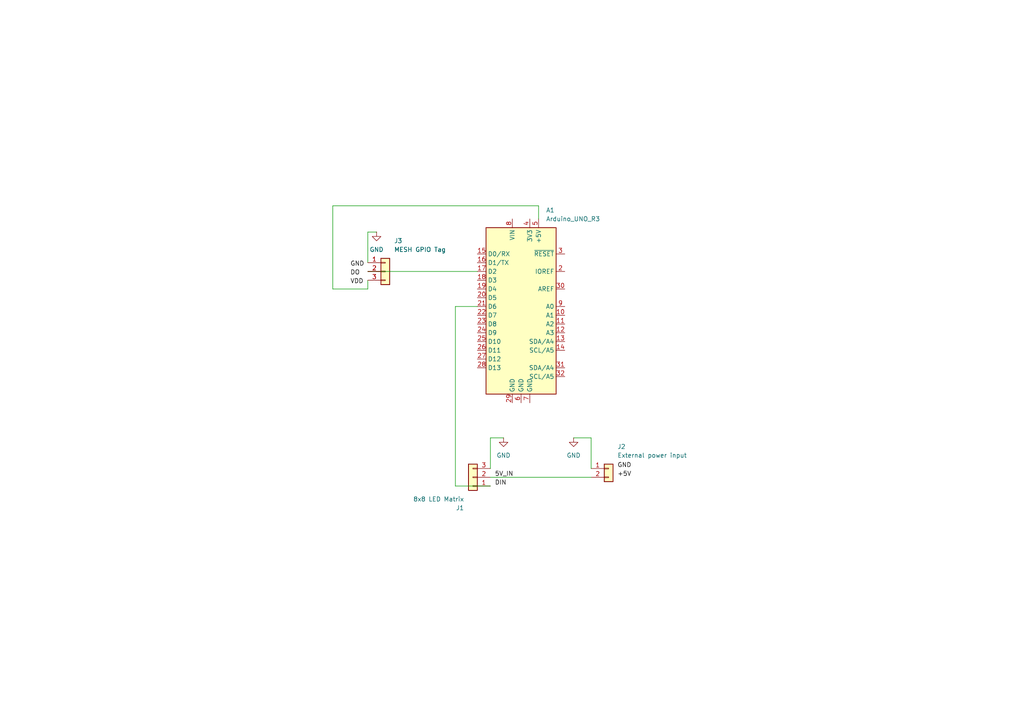
<source format=kicad_sch>
(kicad_sch (version 20250114) (generator "eeschema") (generator_version "9.0")
  (paper "A4")
  (title_block (date "2025-06-16"))
  (lib_symbols
    (symbol "Conn_01x03_1" (pin_names (offset 1.016) (hide yes))
      (property "Reference" "J" (at 0 5.08 0))
      (property "Value" "Conn_01x03" (at 0 -5.08 0))
      (symbol "Conn_01x03_1_1_1"
        (rectangle (start -1.27 3.81) (end 1.27 -3.81) (stroke (width 0.254)) (fill (type background)))
        (rectangle (start -1.27 2.667) (end 0 2.413) (stroke (width 0.1524)))
        (rectangle (start -1.27 0.127) (end 0 -0.127) (stroke (width 0.1524)))
        (rectangle (start -1.27 -2.413) (end 0 -2.667) (stroke (width 0.1524)))
        (pin passive line (at -5.08 2.54 0) (length 3.81) (name "Pin_1") (number "1"))
        (pin passive line (at -5.08 0 0) (length 3.81) (name "Pin_2") (number "2"))
        (pin passive line (at -5.08 -2.54 0) (length 3.81) (name "Pin_3") (number "3"))
      )
    )
    (symbol "Connector_Generic:Conn_01x02" (pin_names (offset 1.016) (hide yes))
      (property "Reference" "J" (at 0 2.54 0))
      (property "Value" "Conn_01x02" (at 0 -5.08 0))
      (symbol "Conn_01x02_1_1"
        (rectangle (start -1.27 1.27) (end 1.27 -3.81) (stroke (width 0.254)) (fill (type background)))
        (rectangle (start -1.27 0.127) (end 0 -0.127) (stroke (width 0.1524)))
        (rectangle (start -1.27 -2.413) (end 0 -2.667) (stroke (width 0.1524)))
        (pin passive line (at -5.08 0 0) (length 3.81) (name "Pin_1") (number "1"))
        (pin passive line (at -5.08 -2.54 0) (length 3.81) (name "Pin_2") (number "2"))
      )
    )
    (symbol "Connector_Generic:Conn_01x03" (pin_names (offset 1.016) (hide yes))
      (property "Reference" "J" (at 0 5.08 0))
      (property "Value" "Conn_01x03" (at 0 -5.08 0))
      (symbol "Conn_01x03_1_1"
        (rectangle (start -1.27 3.81) (end 1.27 -3.81) (stroke (width 0.254)) (fill (type background)))
        (rectangle (start -1.27 2.667) (end 0 2.413) (stroke (width 0.1524)))
        (rectangle (start -1.27 0.127) (end 0 -0.127) (stroke (width 0.1524)))
        (rectangle (start -1.27 -2.413) (end 0 -2.667) (stroke (width 0.1524)))
        (pin passive line (at -5.08 2.54 0) (length 3.81) (name "Pin_1") (number "1"))
        (pin passive line (at -5.08 0 0) (length 3.81) (name "Pin_2") (number "2"))
        (pin passive line (at -5.08 -2.54 0) (length 3.81) (name "Pin_3") (number "3"))
      )
    )
    (symbol "MCU_Module:Arduino_UNO_R3"
      (property "Reference" "A" (at -10.16 23.495 0))
      (property "Value" "Arduino_UNO_R3" (at 5.08 -26.67 0))
      (symbol "Arduino_UNO_R3_0_1"
        (rectangle (start -10.16 22.86) (end 10.16 -25.4) (stroke (width 0.254)) (fill (type background)))
      )
      (symbol "Arduino_UNO_R3_1_1"
        (pin bidirectional line (at -12.7 15.24 0) (length 2.54) (name "D0/RX") (number "15"))
        (pin bidirectional line (at -12.7 12.7 0) (length 2.54) (name "D1/TX") (number "16"))
        (pin bidirectional line (at -12.7 10.16 0) (length 2.54) (name "D2") (number "17"))
        (pin bidirectional line (at -12.7 7.62 0) (length 2.54) (name "D3") (number "18"))
        (pin bidirectional line (at -12.7 5.08 0) (length 2.54) (name "D4") (number "19"))
        (pin bidirectional line (at -12.7 2.54 0) (length 2.54) (name "D5") (number "20"))
        (pin bidirectional line (at -12.7 0 0) (length 2.54) (name "D6") (number "21"))
        (pin bidirectional line (at -12.7 -2.54 0) (length 2.54) (name "D7") (number "22"))
        (pin bidirectional line (at -12.7 -5.08 0) (length 2.54) (name "D8") (number "23"))
        (pin bidirectional line (at -12.7 -7.62 0) (length 2.54) (name "D9") (number "24"))
        (pin bidirectional line (at -12.7 -10.16 0) (length 2.54) (name "D10") (number "25"))
        (pin bidirectional line (at -12.7 -12.7 0) (length 2.54) (name "D11") (number "26"))
        (pin bidirectional line (at -12.7 -15.24 0) (length 2.54) (name "D12") (number "27"))
        (pin bidirectional line (at -12.7 -17.78 0) (length 2.54) (name "D13") (number "28"))
        (pin no_connect line (at -10.16 -20.32 0) (length 2.54) (hide yes) (name "NC") (number "1"))
        (pin power_in line (at -2.54 25.4 270) (length 2.54) (name "VIN") (number "8"))
        (pin power_in line (at -2.54 -27.94 90) (length 2.54) (name "GND") (number "29"))
        (pin power_in line (at 0 -27.94 90) (length 2.54) (name "GND") (number "6"))
        (pin power_out line (at 2.54 25.4 270) (length 2.54) (name "3V3") (number "4"))
        (pin power_in line (at 2.54 -27.94 90) (length 2.54) (name "GND") (number "7"))
        (pin power_out line (at 5.08 25.4 270) (length 2.54) (name "+5V") (number "5"))
        (pin input line (at 12.7 15.24 180) (length 2.54) (name "~{RESET}") (number "3"))
        (pin output line (at 12.7 10.16 180) (length 2.54) (name "IOREF") (number "2"))
        (pin input line (at 12.7 5.08 180) (length 2.54) (name "AREF") (number "30"))
        (pin bidirectional line (at 12.7 0 180) (length 2.54) (name "A0") (number "9"))
        (pin bidirectional line (at 12.7 -2.54 180) (length 2.54) (name "A1") (number "10"))
        (pin bidirectional line (at 12.7 -5.08 180) (length 2.54) (name "A2") (number "11"))
        (pin bidirectional line (at 12.7 -7.62 180) (length 2.54) (name "A3") (number "12"))
        (pin bidirectional line (at 12.7 -10.16 180) (length 2.54) (name "SDA/A4") (number "13"))
        (pin bidirectional line (at 12.7 -12.7 180) (length 2.54) (name "SCL/A5") (number "14"))
        (pin bidirectional line (at 12.7 -17.78 180) (length 2.54) (name "SDA/A4") (number "31"))
        (pin bidirectional line (at 12.7 -20.32 180) (length 2.54) (name "SCL/A5") (number "32"))
      )
    )
    (symbol "power:GND" (power) (pin_numbers (hide yes)) (pin_names (offset 0) (hide yes))
      (property "Value" "GND" (at 0 -3.81 0))
      (symbol "GND_0_1"
        (polyline (pts (xy 0 0) (xy 0 -1.27) (xy 1.27 -1.27) (xy 0 -2.54) (xy -1.27 -1.27) (xy 0 -1.27)))
      )
      (symbol "GND_1_1"
        (pin power_in line (at 0 0 270) (length 0) (name "~") (number "1"))
      )
    )
  )
  (wire (pts (xy 106.68 78.74) (xy 138.43 78.74)))
  (wire (pts (xy 132.08 88.9) (xy 132.08 140.97)))
  (wire (pts (xy 96.52 59.69) (xy 96.52 83.82)))
  (wire (pts (xy 138.43 88.9) (xy 132.08 88.9)))
  (wire (pts (xy 96.52 83.82) (xy 106.68 83.82)))
  (wire (pts (xy 156.21 59.69) (xy 156.21 63.5)))
  (wire (pts (xy 96.52 59.69) (xy 156.21 59.69)))
  (wire (pts (xy 132.08 140.97) (xy 142.24 140.97)))
  (wire (pts (xy 109.22 67.31) (xy 106.68 67.31)))
  (wire (pts (xy 142.24 135.89) (xy 142.24 127)))
  (wire (pts (xy 142.24 138.43) (xy 171.45 138.43)))
  (wire (pts (xy 106.68 67.31) (xy 106.68 76.2)))
  (wire (pts (xy 166.37 127) (xy 171.45 127)))
  (wire (pts (xy 106.68 83.82) (xy 106.68 81.28)))
  (wire (pts (xy 171.45 127) (xy 171.45 135.89)))
  (wire (pts (xy 142.24 127) (xy 146.05 127)))
  (label "GND" (at 101.6 77.47 0))
  (label "GND" (at 179.07 135.89 0))
  (label "DIN " (at 143.51 140.97 0))
  (label "5V_IN " (at 143.51 138.43 0))
  (label "+5V" (at 179.07 138.43 0))
  (label "DO " (at 101.6 80.01 0))
  (label "VDD " (at 101.6 82.55 0))
  (symbol (lib_id "power:GND") (at 146.05 127 0) (unit 1)
    (property "Reference" "#PWR04" (effects (hide yes)))
    (property "Value" "GND" (at 146.05 132.08 0))
    (property "Description" "Power symbol creates a global label with name \"GND\" , ground" (effects (hide yes)))
  )
  (symbol (lib_id "power:GND") (at 109.22 67.31 0) (unit 1)
    (property "Reference" "#PWR05" (effects (hide yes)))
    (property "Value" "GND" (at 109.22 72.39 0))
    (property "Description" "Power symbol creates a global label with name \"GND\" , ground" (effects (hide yes)))
  )
  (symbol (lib_name "Conn_01x03_1") (lib_id "Connector_Generic:Conn_01x03") (at 137.16 138.43 180) (unit 1)
    (property "Reference" "J1" (at 134.62 147.32 0) (effects (justify left)))
    (property "Value" "8x8 LED Matrix" (at 134.62 144.78 0) (effects (justify left)))
    (property "Description" "Generic connector, single row, 01x03, script generated (kicad-library-utils/schlib/autogen/connector/)" (effects (hide yes)))
  )
  (symbol (lib_id "Connector_Generic:Conn_01x03") (at 111.76 78.74 0) (unit 1)
    (property "Reference" "J3" (at 114.3 69.85 0) (effects (justify left)))
    (property "Value" "MESH GPIO Tag" (at 114.3 72.39 0) (effects (justify left)))
    (property "Description" "Generic connector, single row, 01x03, script generated (kicad-library-utils/schlib/autogen/connector/)" (effects (hide yes)))
  )
  (symbol (lib_id "Connector_Generic:Conn_01x02") (at 176.53 135.89 0) (unit 1)
    (property "Reference" "J2" (at 179.07 129.54 0) (effects (justify left)))
    (property "Value" "External power input" (at 179.07 132.08 0) (effects (justify left)))
    (property "Description" "Generic connector, single row, 01x02, script generated (kicad-library-utils/schlib/autogen/connector/)" (effects (hide yes)))
  )
  (symbol (lib_id "power:GND") (at 166.37 127 0) (unit 1)
    (property "Reference" "#PWR02" (effects (hide yes)))
    (property "Value" "GND" (at 166.37 132.08 0))
    (property "Description" "Power symbol creates a global label with name \"GND\" , ground" (effects (hide yes)))
  )
  (symbol (lib_id "MCU_Module:Arduino_UNO_R3") (at 151.13 88.9 0) (unit 1)
    (property "Reference" "A1" (at 158.3533 60.96 0) (effects (justify left)))
    (property "Value" "Arduino_UNO_R3" (at 158.3533 63.5 0) (effects (justify left)))
    (property "Footprint" "Module:Arduino_UNO_R3" (effects (hide yes)))
    (property "Datasheet" "https://www.arduino.cc/en/Main/arduinoBoardUno" (effects (hide yes)))
    (property "Description" "Arduino UNO Microcontroller Module, release 3" (effects (hide yes)))
  )
)
</source>
